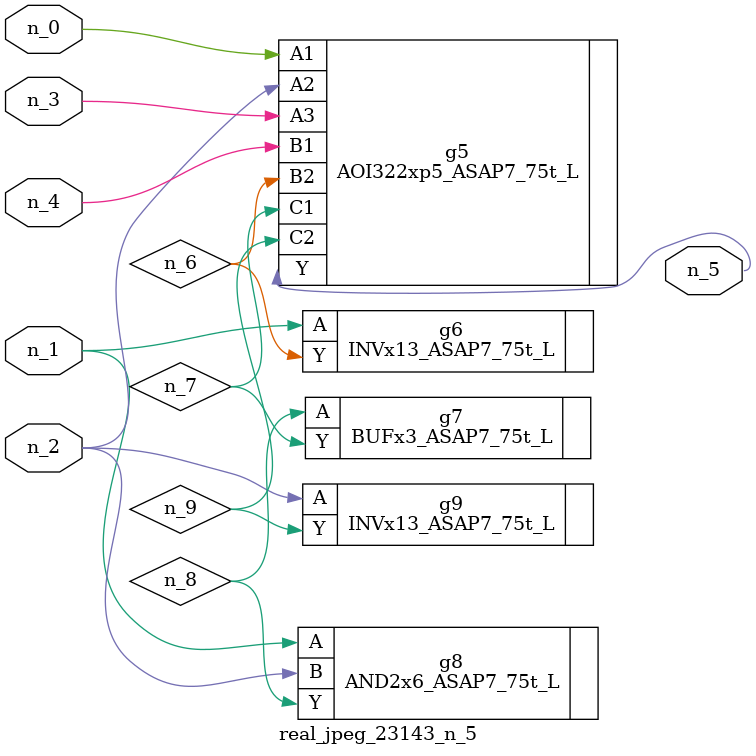
<source format=v>
module real_jpeg_23143_n_5 (n_4, n_0, n_1, n_2, n_3, n_5);

input n_4;
input n_0;
input n_1;
input n_2;
input n_3;

output n_5;

wire n_8;
wire n_6;
wire n_7;
wire n_9;

AOI322xp5_ASAP7_75t_L g5 ( 
.A1(n_0),
.A2(n_2),
.A3(n_3),
.B1(n_4),
.B2(n_6),
.C1(n_7),
.C2(n_9),
.Y(n_5)
);

INVx13_ASAP7_75t_L g6 ( 
.A(n_1),
.Y(n_6)
);

AND2x6_ASAP7_75t_L g8 ( 
.A(n_1),
.B(n_2),
.Y(n_8)
);

INVx13_ASAP7_75t_L g9 ( 
.A(n_2),
.Y(n_9)
);

BUFx3_ASAP7_75t_L g7 ( 
.A(n_8),
.Y(n_7)
);


endmodule
</source>
